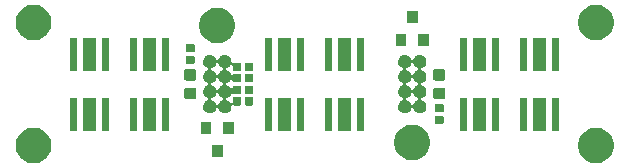
<source format=gbr>
G04 #@! TF.GenerationSoftware,KiCad,Pcbnew,(5.1.4)-1*
G04 #@! TF.CreationDate,2020-09-02T10:31:21-07:00*
G04 #@! TF.ProjectId,SkateLightBackLEDBoard,536b6174-654c-4696-9768-744261636b4c,rev?*
G04 #@! TF.SameCoordinates,Original*
G04 #@! TF.FileFunction,Soldermask,Top*
G04 #@! TF.FilePolarity,Negative*
%FSLAX46Y46*%
G04 Gerber Fmt 4.6, Leading zero omitted, Abs format (unit mm)*
G04 Created by KiCad (PCBNEW (5.1.4)-1) date 2020-09-02 10:31:21*
%MOMM*%
%LPD*%
G04 APERTURE LIST*
%ADD10C,0.100000*%
G04 APERTURE END LIST*
D10*
G36*
X24107379Y-3724543D02*
G01*
X24253388Y-3753586D01*
X24528464Y-3867526D01*
X24776025Y-4032941D01*
X24986559Y-4243475D01*
X25151974Y-4491036D01*
X25265914Y-4766112D01*
X25324000Y-5058130D01*
X25324000Y-5355870D01*
X25265914Y-5647888D01*
X25151974Y-5922964D01*
X24986559Y-6170525D01*
X24776025Y-6381059D01*
X24528464Y-6546474D01*
X24253388Y-6660414D01*
X24107379Y-6689457D01*
X23961371Y-6718500D01*
X23663629Y-6718500D01*
X23517621Y-6689457D01*
X23371612Y-6660414D01*
X23096536Y-6546474D01*
X22848975Y-6381059D01*
X22638441Y-6170525D01*
X22473026Y-5922964D01*
X22359086Y-5647888D01*
X22301000Y-5355870D01*
X22301000Y-5058130D01*
X22359086Y-4766112D01*
X22473026Y-4491036D01*
X22638441Y-4243475D01*
X22848975Y-4032941D01*
X23096536Y-3867526D01*
X23371612Y-3753586D01*
X23517621Y-3724543D01*
X23663629Y-3695500D01*
X23961371Y-3695500D01*
X24107379Y-3724543D01*
X24107379Y-3724543D01*
G37*
G36*
X-23517621Y-3724543D02*
G01*
X-23371612Y-3753586D01*
X-23096536Y-3867526D01*
X-22848975Y-4032941D01*
X-22638441Y-4243475D01*
X-22473026Y-4491036D01*
X-22359086Y-4766112D01*
X-22301000Y-5058130D01*
X-22301000Y-5355870D01*
X-22359086Y-5647888D01*
X-22473026Y-5922964D01*
X-22638441Y-6170525D01*
X-22848975Y-6381059D01*
X-23096536Y-6546474D01*
X-23371612Y-6660414D01*
X-23517621Y-6689457D01*
X-23663629Y-6718500D01*
X-23961371Y-6718500D01*
X-24107379Y-6689457D01*
X-24253388Y-6660414D01*
X-24528464Y-6546474D01*
X-24776025Y-6381059D01*
X-24986559Y-6170525D01*
X-25151974Y-5922964D01*
X-25265914Y-5647888D01*
X-25324000Y-5355870D01*
X-25324000Y-5058130D01*
X-25265914Y-4766112D01*
X-25151974Y-4491036D01*
X-24986559Y-4243475D01*
X-24776025Y-4032941D01*
X-24528464Y-3867526D01*
X-24253388Y-3753586D01*
X-24107379Y-3724543D01*
X-23961371Y-3695500D01*
X-23663629Y-3695500D01*
X-23517621Y-3724543D01*
X-23517621Y-3724543D01*
G37*
G36*
X8549879Y-3470543D02*
G01*
X8695888Y-3499586D01*
X8970964Y-3613526D01*
X9218525Y-3778941D01*
X9429059Y-3989475D01*
X9594474Y-4237036D01*
X9708414Y-4512112D01*
X9766500Y-4804130D01*
X9766500Y-5101870D01*
X9708414Y-5393888D01*
X9594474Y-5668964D01*
X9429059Y-5916525D01*
X9218525Y-6127059D01*
X8970964Y-6292474D01*
X8695888Y-6406414D01*
X8549879Y-6435457D01*
X8403871Y-6464500D01*
X8106129Y-6464500D01*
X7960121Y-6435457D01*
X7814112Y-6406414D01*
X7539036Y-6292474D01*
X7291475Y-6127059D01*
X7080941Y-5916525D01*
X6915526Y-5668964D01*
X6801586Y-5393888D01*
X6743500Y-5101870D01*
X6743500Y-4804130D01*
X6801586Y-4512112D01*
X6915526Y-4237036D01*
X7080941Y-3989475D01*
X7291475Y-3778941D01*
X7539036Y-3613526D01*
X7814112Y-3499586D01*
X7960121Y-3470543D01*
X8106129Y-3441500D01*
X8403871Y-3441500D01*
X8549879Y-3470543D01*
X8549879Y-3470543D01*
G37*
G36*
X-7804000Y-6200000D02*
G01*
X-8706000Y-6200000D01*
X-8706000Y-5198000D01*
X-7804000Y-5198000D01*
X-7804000Y-6200000D01*
X-7804000Y-6200000D01*
G37*
G36*
X-8754000Y-4200000D02*
G01*
X-9656000Y-4200000D01*
X-9656000Y-3198000D01*
X-8754000Y-3198000D01*
X-8754000Y-4200000D01*
X-8754000Y-4200000D01*
G37*
G36*
X-6854000Y-4200000D02*
G01*
X-7756000Y-4200000D01*
X-7756000Y-3198000D01*
X-6854000Y-3198000D01*
X-6854000Y-4200000D01*
X-6854000Y-4200000D01*
G37*
G36*
X-3589000Y-3941000D02*
G01*
X-4191000Y-3941000D01*
X-4191000Y-1139000D01*
X-3589000Y-1139000D01*
X-3589000Y-3941000D01*
X-3589000Y-3941000D01*
G37*
G36*
X-12319000Y-3941000D02*
G01*
X-12921000Y-3941000D01*
X-12921000Y-1139000D01*
X-12319000Y-1139000D01*
X-12319000Y-3941000D01*
X-12319000Y-3941000D01*
G37*
G36*
X-15019000Y-3941000D02*
G01*
X-15621000Y-3941000D01*
X-15621000Y-1139000D01*
X-15019000Y-1139000D01*
X-15019000Y-3941000D01*
X-15019000Y-3941000D01*
G37*
G36*
X-13419000Y-3941000D02*
G01*
X-14521000Y-3941000D01*
X-14521000Y-1139000D01*
X-13419000Y-1139000D01*
X-13419000Y-3941000D01*
X-13419000Y-3941000D01*
G37*
G36*
X-17399000Y-3941000D02*
G01*
X-18001000Y-3941000D01*
X-18001000Y-1139000D01*
X-17399000Y-1139000D01*
X-17399000Y-3941000D01*
X-17399000Y-3941000D01*
G37*
G36*
X-20099000Y-3941000D02*
G01*
X-20701000Y-3941000D01*
X-20701000Y-1139000D01*
X-20099000Y-1139000D01*
X-20099000Y-3941000D01*
X-20099000Y-3941000D01*
G37*
G36*
X-18499000Y-3941000D02*
G01*
X-19601000Y-3941000D01*
X-19601000Y-1139000D01*
X-18499000Y-1139000D01*
X-18499000Y-3941000D01*
X-18499000Y-3941000D01*
G37*
G36*
X-889000Y-3941000D02*
G01*
X-1491000Y-3941000D01*
X-1491000Y-1139000D01*
X-889000Y-1139000D01*
X-889000Y-3941000D01*
X-889000Y-3941000D01*
G37*
G36*
X-1989000Y-3941000D02*
G01*
X-3091000Y-3941000D01*
X-3091000Y-1139000D01*
X-1989000Y-1139000D01*
X-1989000Y-3941000D01*
X-1989000Y-3941000D01*
G37*
G36*
X4191000Y-3941000D02*
G01*
X3589000Y-3941000D01*
X3589000Y-1139000D01*
X4191000Y-1139000D01*
X4191000Y-3941000D01*
X4191000Y-3941000D01*
G37*
G36*
X19601000Y-3941000D02*
G01*
X18499000Y-3941000D01*
X18499000Y-1139000D01*
X19601000Y-1139000D01*
X19601000Y-3941000D01*
X19601000Y-3941000D01*
G37*
G36*
X3091000Y-3941000D02*
G01*
X1989000Y-3941000D01*
X1989000Y-1139000D01*
X3091000Y-1139000D01*
X3091000Y-3941000D01*
X3091000Y-3941000D01*
G37*
G36*
X12921000Y-3941000D02*
G01*
X12319000Y-3941000D01*
X12319000Y-1139000D01*
X12921000Y-1139000D01*
X12921000Y-3941000D01*
X12921000Y-3941000D01*
G37*
G36*
X14521000Y-3941000D02*
G01*
X13419000Y-3941000D01*
X13419000Y-1139000D01*
X14521000Y-1139000D01*
X14521000Y-3941000D01*
X14521000Y-3941000D01*
G37*
G36*
X18001000Y-3941000D02*
G01*
X17399000Y-3941000D01*
X17399000Y-1139000D01*
X18001000Y-1139000D01*
X18001000Y-3941000D01*
X18001000Y-3941000D01*
G37*
G36*
X20701000Y-3941000D02*
G01*
X20099000Y-3941000D01*
X20099000Y-1139000D01*
X20701000Y-1139000D01*
X20701000Y-3941000D01*
X20701000Y-3941000D01*
G37*
G36*
X15621000Y-3941000D02*
G01*
X15019000Y-3941000D01*
X15019000Y-1139000D01*
X15621000Y-1139000D01*
X15621000Y-3941000D01*
X15621000Y-3941000D01*
G37*
G36*
X1491000Y-3941000D02*
G01*
X889000Y-3941000D01*
X889000Y-1139000D01*
X1491000Y-1139000D01*
X1491000Y-3941000D01*
X1491000Y-3941000D01*
G37*
G36*
X10822938Y-2681716D02*
G01*
X10843557Y-2687971D01*
X10862553Y-2698124D01*
X10879208Y-2711792D01*
X10892876Y-2728447D01*
X10903029Y-2747443D01*
X10909284Y-2768062D01*
X10912000Y-2795640D01*
X10912000Y-3254360D01*
X10909284Y-3281938D01*
X10903029Y-3302557D01*
X10892876Y-3321553D01*
X10879208Y-3338208D01*
X10862553Y-3351876D01*
X10843557Y-3362029D01*
X10822938Y-3368284D01*
X10795360Y-3371000D01*
X10286640Y-3371000D01*
X10259062Y-3368284D01*
X10238443Y-3362029D01*
X10219447Y-3351876D01*
X10202792Y-3338208D01*
X10189124Y-3321553D01*
X10178971Y-3302557D01*
X10172716Y-3281938D01*
X10170000Y-3254360D01*
X10170000Y-2795640D01*
X10172716Y-2768062D01*
X10178971Y-2747443D01*
X10189124Y-2728447D01*
X10202792Y-2711792D01*
X10219447Y-2698124D01*
X10238443Y-2687971D01*
X10259062Y-2681716D01*
X10286640Y-2679000D01*
X10795360Y-2679000D01*
X10822938Y-2681716D01*
X10822938Y-2681716D01*
G37*
G36*
X7783051Y2442520D02*
G01*
X7833920Y2421449D01*
X7884786Y2400380D01*
X7976342Y2339204D01*
X8054204Y2261342D01*
X8115380Y2169786D01*
X8139516Y2111515D01*
X8151068Y2089905D01*
X8166613Y2070963D01*
X8185555Y2055418D01*
X8207166Y2043867D01*
X8230615Y2036754D01*
X8255001Y2034352D01*
X8279387Y2036754D01*
X8302836Y2043867D01*
X8324446Y2055419D01*
X8343388Y2070964D01*
X8358933Y2089906D01*
X8370484Y2111515D01*
X8394620Y2169786D01*
X8455796Y2261342D01*
X8533658Y2339204D01*
X8625214Y2400380D01*
X8676080Y2421449D01*
X8726949Y2442520D01*
X8834941Y2464000D01*
X8945059Y2464000D01*
X9053051Y2442520D01*
X9103920Y2421449D01*
X9154786Y2400380D01*
X9246342Y2339204D01*
X9324204Y2261342D01*
X9385380Y2169786D01*
X9406449Y2118920D01*
X9427520Y2068051D01*
X9449000Y1960059D01*
X9449000Y1849941D01*
X9427520Y1741949D01*
X9414997Y1711716D01*
X9385380Y1640214D01*
X9324204Y1548658D01*
X9246342Y1470796D01*
X9154786Y1409620D01*
X9096515Y1385484D01*
X9074905Y1373932D01*
X9055963Y1358387D01*
X9040418Y1339445D01*
X9028867Y1317834D01*
X9021754Y1294385D01*
X9019352Y1269999D01*
X9021754Y1245613D01*
X9028867Y1222164D01*
X9040419Y1200554D01*
X9055964Y1181612D01*
X9074906Y1166067D01*
X9096513Y1154517D01*
X9154786Y1130380D01*
X9246342Y1069204D01*
X9324204Y991342D01*
X9385380Y899786D01*
X9406449Y848920D01*
X9427520Y798051D01*
X9449000Y690059D01*
X9449000Y579941D01*
X9427520Y471949D01*
X9409516Y428485D01*
X9385380Y370214D01*
X9324204Y278658D01*
X9246342Y200796D01*
X9154786Y139620D01*
X9096515Y115484D01*
X9074905Y103932D01*
X9055963Y88387D01*
X9040418Y69445D01*
X9028867Y47834D01*
X9021754Y24385D01*
X9019352Y-1D01*
X9021754Y-24387D01*
X9028867Y-47836D01*
X9040419Y-69446D01*
X9055964Y-88388D01*
X9074906Y-103933D01*
X9096513Y-115483D01*
X9154786Y-139620D01*
X9246342Y-200796D01*
X9324204Y-278658D01*
X9385380Y-370214D01*
X9402452Y-411431D01*
X9427520Y-471949D01*
X9449000Y-579941D01*
X9449000Y-690059D01*
X9427520Y-798051D01*
X9413138Y-832771D01*
X9385380Y-899786D01*
X9324204Y-991342D01*
X9246342Y-1069204D01*
X9154786Y-1130380D01*
X9096515Y-1154516D01*
X9074905Y-1166068D01*
X9055963Y-1181613D01*
X9040418Y-1200555D01*
X9028867Y-1222166D01*
X9021754Y-1245615D01*
X9019352Y-1270001D01*
X9021754Y-1294387D01*
X9028867Y-1317836D01*
X9040419Y-1339446D01*
X9055964Y-1358388D01*
X9074906Y-1373933D01*
X9096513Y-1385483D01*
X9154786Y-1409620D01*
X9246342Y-1470796D01*
X9324204Y-1548658D01*
X9385380Y-1640214D01*
X9400489Y-1676691D01*
X9427520Y-1741949D01*
X9449000Y-1849941D01*
X9449000Y-1960059D01*
X9427520Y-2068051D01*
X9418467Y-2089906D01*
X9385380Y-2169786D01*
X9324204Y-2261342D01*
X9246342Y-2339204D01*
X9154786Y-2400380D01*
X9103920Y-2421449D01*
X9053051Y-2442520D01*
X8945059Y-2464000D01*
X8834941Y-2464000D01*
X8726949Y-2442520D01*
X8676080Y-2421449D01*
X8625214Y-2400380D01*
X8533658Y-2339204D01*
X8455796Y-2261342D01*
X8394620Y-2169786D01*
X8370483Y-2111513D01*
X8358932Y-2089905D01*
X8343387Y-2070963D01*
X8324445Y-2055418D01*
X8302834Y-2043867D01*
X8279385Y-2036754D01*
X8254999Y-2034352D01*
X8230613Y-2036754D01*
X8207164Y-2043867D01*
X8185554Y-2055419D01*
X8166612Y-2070964D01*
X8151067Y-2089906D01*
X8139517Y-2111513D01*
X8115380Y-2169786D01*
X8054204Y-2261342D01*
X7976342Y-2339204D01*
X7884786Y-2400380D01*
X7833920Y-2421449D01*
X7783051Y-2442520D01*
X7675059Y-2464000D01*
X7564941Y-2464000D01*
X7456949Y-2442520D01*
X7406080Y-2421449D01*
X7355214Y-2400380D01*
X7263658Y-2339204D01*
X7185796Y-2261342D01*
X7124620Y-2169786D01*
X7091533Y-2089906D01*
X7082480Y-2068051D01*
X7061000Y-1960059D01*
X7061000Y-1849941D01*
X7082480Y-1741949D01*
X7109511Y-1676691D01*
X7124620Y-1640214D01*
X7185796Y-1548658D01*
X7263658Y-1470796D01*
X7355214Y-1409620D01*
X7413487Y-1385483D01*
X7435095Y-1373932D01*
X7454037Y-1358387D01*
X7469582Y-1339445D01*
X7481133Y-1317834D01*
X7488246Y-1294385D01*
X7490647Y-1270001D01*
X7749352Y-1270001D01*
X7751754Y-1294387D01*
X7758867Y-1317836D01*
X7770419Y-1339446D01*
X7785964Y-1358388D01*
X7804906Y-1373933D01*
X7826513Y-1385483D01*
X7884786Y-1409620D01*
X7976342Y-1470796D01*
X8054204Y-1548658D01*
X8115380Y-1640214D01*
X8139516Y-1698485D01*
X8151068Y-1720095D01*
X8166613Y-1739037D01*
X8185555Y-1754582D01*
X8207166Y-1766133D01*
X8230615Y-1773246D01*
X8255001Y-1775648D01*
X8279387Y-1773246D01*
X8302836Y-1766133D01*
X8324446Y-1754581D01*
X8343388Y-1739036D01*
X8358933Y-1720094D01*
X8370484Y-1698485D01*
X8394620Y-1640214D01*
X8455796Y-1548658D01*
X8533658Y-1470796D01*
X8625214Y-1409620D01*
X8683487Y-1385483D01*
X8705095Y-1373932D01*
X8724037Y-1358387D01*
X8739582Y-1339445D01*
X8751133Y-1317834D01*
X8758246Y-1294385D01*
X8760648Y-1269999D01*
X8758246Y-1245613D01*
X8751133Y-1222164D01*
X8739581Y-1200554D01*
X8724036Y-1181612D01*
X8705094Y-1166067D01*
X8683485Y-1154516D01*
X8625214Y-1130380D01*
X8533658Y-1069204D01*
X8455796Y-991342D01*
X8394620Y-899786D01*
X8370483Y-841513D01*
X8358932Y-819905D01*
X8343387Y-800963D01*
X8324445Y-785418D01*
X8302834Y-773867D01*
X8279385Y-766754D01*
X8254999Y-764352D01*
X8230613Y-766754D01*
X8207164Y-773867D01*
X8185554Y-785419D01*
X8166612Y-800964D01*
X8151067Y-819906D01*
X8139517Y-841513D01*
X8115380Y-899786D01*
X8054204Y-991342D01*
X7976342Y-1069204D01*
X7884786Y-1130380D01*
X7826515Y-1154516D01*
X7804905Y-1166068D01*
X7785963Y-1181613D01*
X7770418Y-1200555D01*
X7758867Y-1222166D01*
X7751754Y-1245615D01*
X7749352Y-1270001D01*
X7490647Y-1270001D01*
X7490648Y-1269999D01*
X7488246Y-1245613D01*
X7481133Y-1222164D01*
X7469581Y-1200554D01*
X7454036Y-1181612D01*
X7435094Y-1166067D01*
X7413485Y-1154516D01*
X7355214Y-1130380D01*
X7263658Y-1069204D01*
X7185796Y-991342D01*
X7124620Y-899786D01*
X7096862Y-832771D01*
X7082480Y-798051D01*
X7061000Y-690059D01*
X7061000Y-579941D01*
X7082480Y-471949D01*
X7107548Y-411431D01*
X7124620Y-370214D01*
X7185796Y-278658D01*
X7263658Y-200796D01*
X7355214Y-139620D01*
X7413487Y-115483D01*
X7435095Y-103932D01*
X7454037Y-88387D01*
X7469582Y-69445D01*
X7481133Y-47834D01*
X7488246Y-24385D01*
X7490647Y-1D01*
X7749352Y-1D01*
X7751754Y-24387D01*
X7758867Y-47836D01*
X7770419Y-69446D01*
X7785964Y-88388D01*
X7804906Y-103933D01*
X7826513Y-115483D01*
X7884786Y-139620D01*
X7976342Y-200796D01*
X8054204Y-278658D01*
X8115380Y-370214D01*
X8132452Y-411431D01*
X8139516Y-428485D01*
X8151068Y-450095D01*
X8166613Y-469037D01*
X8185555Y-484582D01*
X8207166Y-496133D01*
X8230615Y-503246D01*
X8255001Y-505648D01*
X8279387Y-503246D01*
X8302836Y-496133D01*
X8324446Y-484581D01*
X8343388Y-469036D01*
X8358933Y-450094D01*
X8370484Y-428485D01*
X8377548Y-411431D01*
X8394620Y-370214D01*
X8455796Y-278658D01*
X8533658Y-200796D01*
X8625214Y-139620D01*
X8683487Y-115483D01*
X8705095Y-103932D01*
X8724037Y-88387D01*
X8739582Y-69445D01*
X8751133Y-47834D01*
X8758246Y-24385D01*
X8760648Y1D01*
X8758246Y24387D01*
X8751133Y47836D01*
X8739581Y69446D01*
X8724036Y88388D01*
X8705094Y103933D01*
X8683485Y115484D01*
X8625214Y139620D01*
X8533658Y200796D01*
X8455796Y278658D01*
X8394620Y370214D01*
X8370483Y428487D01*
X8358932Y450095D01*
X8343387Y469037D01*
X8324445Y484582D01*
X8302834Y496133D01*
X8279385Y503246D01*
X8254999Y505648D01*
X8230613Y503246D01*
X8207164Y496133D01*
X8185554Y484581D01*
X8166612Y469036D01*
X8151067Y450094D01*
X8139517Y428487D01*
X8115380Y370214D01*
X8054204Y278658D01*
X7976342Y200796D01*
X7884786Y139620D01*
X7826515Y115484D01*
X7804905Y103932D01*
X7785963Y88387D01*
X7770418Y69445D01*
X7758867Y47834D01*
X7751754Y24385D01*
X7749352Y-1D01*
X7490647Y-1D01*
X7490648Y1D01*
X7488246Y24387D01*
X7481133Y47836D01*
X7469581Y69446D01*
X7454036Y88388D01*
X7435094Y103933D01*
X7413485Y115484D01*
X7355214Y139620D01*
X7263658Y200796D01*
X7185796Y278658D01*
X7124620Y370214D01*
X7100484Y428485D01*
X7082480Y471949D01*
X7061000Y579941D01*
X7061000Y690059D01*
X7082480Y798051D01*
X7103551Y848920D01*
X7124620Y899786D01*
X7185796Y991342D01*
X7263658Y1069204D01*
X7355214Y1130380D01*
X7413487Y1154517D01*
X7435095Y1166068D01*
X7454037Y1181613D01*
X7469582Y1200555D01*
X7481133Y1222166D01*
X7488246Y1245615D01*
X7490647Y1269999D01*
X7749352Y1269999D01*
X7751754Y1245613D01*
X7758867Y1222164D01*
X7770419Y1200554D01*
X7785964Y1181612D01*
X7804906Y1166067D01*
X7826513Y1154517D01*
X7884786Y1130380D01*
X7976342Y1069204D01*
X8054204Y991342D01*
X8115380Y899786D01*
X8138255Y844560D01*
X8139516Y841515D01*
X8151068Y819905D01*
X8166613Y800963D01*
X8185555Y785418D01*
X8207166Y773867D01*
X8230615Y766754D01*
X8255001Y764352D01*
X8279387Y766754D01*
X8302836Y773867D01*
X8324446Y785419D01*
X8343388Y800964D01*
X8358933Y819906D01*
X8370484Y841515D01*
X8371745Y844560D01*
X8394620Y899786D01*
X8455796Y991342D01*
X8533658Y1069204D01*
X8625214Y1130380D01*
X8683487Y1154517D01*
X8705095Y1166068D01*
X8724037Y1181613D01*
X8739582Y1200555D01*
X8751133Y1222166D01*
X8758246Y1245615D01*
X8760648Y1270001D01*
X8758246Y1294387D01*
X8751133Y1317836D01*
X8739581Y1339446D01*
X8724036Y1358388D01*
X8705094Y1373933D01*
X8683485Y1385484D01*
X8625214Y1409620D01*
X8533658Y1470796D01*
X8455796Y1548658D01*
X8394620Y1640214D01*
X8370483Y1698487D01*
X8358932Y1720095D01*
X8343387Y1739037D01*
X8324445Y1754582D01*
X8302834Y1766133D01*
X8279385Y1773246D01*
X8254999Y1775648D01*
X8230613Y1773246D01*
X8207164Y1766133D01*
X8185554Y1754581D01*
X8166612Y1739036D01*
X8151067Y1720094D01*
X8139517Y1698487D01*
X8115380Y1640214D01*
X8054204Y1548658D01*
X7976342Y1470796D01*
X7884786Y1409620D01*
X7826515Y1385484D01*
X7804905Y1373932D01*
X7785963Y1358387D01*
X7770418Y1339445D01*
X7758867Y1317834D01*
X7751754Y1294385D01*
X7749352Y1269999D01*
X7490647Y1269999D01*
X7490648Y1270001D01*
X7488246Y1294387D01*
X7481133Y1317836D01*
X7469581Y1339446D01*
X7454036Y1358388D01*
X7435094Y1373933D01*
X7413485Y1385484D01*
X7355214Y1409620D01*
X7263658Y1470796D01*
X7185796Y1548658D01*
X7124620Y1640214D01*
X7095003Y1711716D01*
X7082480Y1741949D01*
X7061000Y1849941D01*
X7061000Y1960059D01*
X7082480Y2068051D01*
X7103551Y2118920D01*
X7124620Y2169786D01*
X7185796Y2261342D01*
X7263658Y2339204D01*
X7355214Y2400380D01*
X7406080Y2421449D01*
X7456949Y2442520D01*
X7564941Y2464000D01*
X7675059Y2464000D01*
X7783051Y2442520D01*
X7783051Y2442520D01*
G37*
G36*
X-8726949Y2442520D02*
G01*
X-8676080Y2421449D01*
X-8625214Y2400380D01*
X-8533658Y2339204D01*
X-8455796Y2261342D01*
X-8394620Y2169786D01*
X-8370484Y2111515D01*
X-8358932Y2089905D01*
X-8343387Y2070963D01*
X-8324445Y2055418D01*
X-8302834Y2043867D01*
X-8279385Y2036754D01*
X-8254999Y2034352D01*
X-8230613Y2036754D01*
X-8207164Y2043867D01*
X-8185554Y2055419D01*
X-8166612Y2070964D01*
X-8151067Y2089906D01*
X-8139516Y2111515D01*
X-8115380Y2169786D01*
X-8054204Y2261342D01*
X-7976342Y2339204D01*
X-7884786Y2400380D01*
X-7833920Y2421449D01*
X-7783051Y2442520D01*
X-7675059Y2464000D01*
X-7564941Y2464000D01*
X-7456949Y2442520D01*
X-7406080Y2421449D01*
X-7355214Y2400380D01*
X-7263658Y2339204D01*
X-7185796Y2261342D01*
X-7124620Y2169786D01*
X-7103551Y2118920D01*
X-7082480Y2068051D01*
X-7061000Y1960059D01*
X-7061000Y1916972D01*
X-7058598Y1892586D01*
X-7051485Y1869137D01*
X-7039934Y1847526D01*
X-7024389Y1828584D01*
X-7005447Y1813039D01*
X-6983836Y1801488D01*
X-6960387Y1794375D01*
X-6936001Y1791973D01*
X-6911615Y1794375D01*
X-6888166Y1801488D01*
X-6879992Y1805354D01*
X-6858598Y1811844D01*
X-6831020Y1814560D01*
X-6322300Y1814560D01*
X-6294722Y1811844D01*
X-6274103Y1805589D01*
X-6255107Y1795436D01*
X-6238452Y1781768D01*
X-6224784Y1765113D01*
X-6214631Y1746117D01*
X-6208376Y1725498D01*
X-6205660Y1697920D01*
X-6205660Y1239200D01*
X-6208376Y1211622D01*
X-6214631Y1191003D01*
X-6224784Y1172007D01*
X-6238452Y1155352D01*
X-6255107Y1141684D01*
X-6274103Y1131531D01*
X-6294722Y1125276D01*
X-6322300Y1122560D01*
X-6831020Y1122560D01*
X-6858598Y1125276D01*
X-6879217Y1131531D01*
X-6898213Y1141684D01*
X-6914868Y1155352D01*
X-6928536Y1172007D01*
X-6938689Y1191003D01*
X-6944944Y1211622D01*
X-6947660Y1239200D01*
X-6947660Y1492988D01*
X-6950062Y1517374D01*
X-6957175Y1540823D01*
X-6968726Y1562434D01*
X-6984271Y1581376D01*
X-7003213Y1596921D01*
X-7024824Y1608472D01*
X-7048273Y1615585D01*
X-7072659Y1617987D01*
X-7097045Y1615585D01*
X-7120494Y1608472D01*
X-7142105Y1596921D01*
X-7161047Y1581376D01*
X-7176591Y1562434D01*
X-7185796Y1548658D01*
X-7263658Y1470796D01*
X-7355214Y1409620D01*
X-7413485Y1385484D01*
X-7435095Y1373932D01*
X-7454037Y1358387D01*
X-7469582Y1339445D01*
X-7481133Y1317834D01*
X-7488246Y1294385D01*
X-7490648Y1269999D01*
X-7488246Y1245613D01*
X-7481133Y1222164D01*
X-7469581Y1200554D01*
X-7454036Y1181612D01*
X-7435094Y1166067D01*
X-7413487Y1154517D01*
X-7355214Y1130380D01*
X-7263658Y1069204D01*
X-7185796Y991342D01*
X-7124620Y899786D01*
X-7108694Y861335D01*
X-7097145Y839730D01*
X-7081599Y820788D01*
X-7062657Y805243D01*
X-7041046Y793692D01*
X-7017597Y786579D01*
X-6993211Y784177D01*
X-6968825Y786579D01*
X-6945376Y793692D01*
X-6913914Y812550D01*
X-6898213Y825436D01*
X-6879217Y835589D01*
X-6858598Y841844D01*
X-6831020Y844560D01*
X-6322300Y844560D01*
X-6294722Y841844D01*
X-6274103Y835589D01*
X-6255107Y825436D01*
X-6238452Y811768D01*
X-6224784Y795113D01*
X-6214631Y776117D01*
X-6208376Y755498D01*
X-6205660Y727920D01*
X-6205660Y269200D01*
X-6208376Y241622D01*
X-6214631Y221003D01*
X-6224784Y202007D01*
X-6238452Y185352D01*
X-6255107Y171684D01*
X-6274103Y161531D01*
X-6294722Y155276D01*
X-6322300Y152560D01*
X-6831020Y152560D01*
X-6858598Y155276D01*
X-6879217Y161531D01*
X-6898213Y171684D01*
X-6914868Y185352D01*
X-6928536Y202007D01*
X-6938689Y221003D01*
X-6945302Y242802D01*
X-6949601Y264417D01*
X-6958978Y287056D01*
X-6972591Y307431D01*
X-6989917Y324759D01*
X-7010291Y338373D01*
X-7032930Y347751D01*
X-7056963Y352533D01*
X-7081467Y352534D01*
X-7105500Y347754D01*
X-7128139Y338377D01*
X-7148514Y324764D01*
X-7165842Y307438D01*
X-7173145Y297591D01*
X-7185796Y278658D01*
X-7263658Y200796D01*
X-7355214Y139620D01*
X-7413485Y115484D01*
X-7435095Y103932D01*
X-7454037Y88387D01*
X-7469582Y69445D01*
X-7481133Y47834D01*
X-7488246Y24385D01*
X-7490648Y-1D01*
X-7488246Y-24387D01*
X-7481133Y-47836D01*
X-7469581Y-69446D01*
X-7454036Y-88388D01*
X-7435094Y-103933D01*
X-7413487Y-115483D01*
X-7355214Y-139620D01*
X-7263658Y-200796D01*
X-7185796Y-278658D01*
X-7185794Y-278661D01*
X-7173034Y-297758D01*
X-7157489Y-316700D01*
X-7138548Y-332245D01*
X-7116937Y-343797D01*
X-7093488Y-350910D01*
X-7069102Y-353312D01*
X-7044716Y-350910D01*
X-7021267Y-343797D01*
X-6999656Y-332246D01*
X-6980714Y-316701D01*
X-6965169Y-297760D01*
X-6953617Y-276149D01*
X-6947069Y-250007D01*
X-6938689Y-222383D01*
X-6928536Y-203387D01*
X-6914868Y-186732D01*
X-6898213Y-173064D01*
X-6879217Y-162911D01*
X-6858598Y-156656D01*
X-6831020Y-153940D01*
X-6322300Y-153940D01*
X-6294722Y-156656D01*
X-6274103Y-162911D01*
X-6255107Y-173064D01*
X-6238452Y-186732D01*
X-6224784Y-203387D01*
X-6214631Y-222383D01*
X-6208376Y-243002D01*
X-6205660Y-270580D01*
X-6205660Y-729300D01*
X-6208376Y-756878D01*
X-6214631Y-777497D01*
X-6224784Y-796493D01*
X-6238452Y-813148D01*
X-6255107Y-826816D01*
X-6274103Y-836969D01*
X-6294722Y-843224D01*
X-6322300Y-845940D01*
X-6831020Y-845940D01*
X-6858598Y-843224D01*
X-6879217Y-836969D01*
X-6898213Y-826816D01*
X-6914342Y-813579D01*
X-6934717Y-799966D01*
X-6957356Y-790589D01*
X-6981389Y-785809D01*
X-7005893Y-785809D01*
X-7029926Y-790590D01*
X-7052565Y-799968D01*
X-7072939Y-813582D01*
X-7090266Y-830909D01*
X-7109121Y-862368D01*
X-7124620Y-899786D01*
X-7185796Y-991342D01*
X-7263658Y-1069204D01*
X-7355214Y-1130380D01*
X-7413485Y-1154516D01*
X-7435095Y-1166068D01*
X-7454037Y-1181613D01*
X-7469582Y-1200555D01*
X-7481133Y-1222166D01*
X-7488246Y-1245615D01*
X-7490648Y-1270001D01*
X-7488246Y-1294387D01*
X-7481133Y-1317836D01*
X-7469581Y-1339446D01*
X-7454036Y-1358388D01*
X-7435094Y-1373933D01*
X-7413487Y-1385483D01*
X-7355214Y-1409620D01*
X-7263658Y-1470796D01*
X-7185796Y-1548658D01*
X-7185794Y-1548661D01*
X-7176592Y-1562433D01*
X-7161047Y-1581375D01*
X-7142106Y-1596920D01*
X-7120495Y-1608472D01*
X-7097046Y-1615585D01*
X-7072660Y-1617987D01*
X-7048274Y-1615585D01*
X-7024825Y-1608472D01*
X-7003214Y-1596921D01*
X-6984272Y-1581376D01*
X-6968727Y-1562435D01*
X-6957175Y-1540824D01*
X-6950062Y-1517375D01*
X-6947660Y-1492988D01*
X-6947660Y-1240580D01*
X-6944944Y-1213002D01*
X-6938689Y-1192383D01*
X-6928536Y-1173387D01*
X-6914868Y-1156732D01*
X-6898213Y-1143064D01*
X-6879217Y-1132911D01*
X-6858598Y-1126656D01*
X-6831020Y-1123940D01*
X-6322300Y-1123940D01*
X-6294722Y-1126656D01*
X-6274103Y-1132911D01*
X-6255107Y-1143064D01*
X-6238452Y-1156732D01*
X-6224784Y-1173387D01*
X-6214631Y-1192383D01*
X-6208376Y-1213002D01*
X-6205660Y-1240580D01*
X-6205660Y-1699300D01*
X-6208376Y-1726878D01*
X-6214631Y-1747497D01*
X-6224784Y-1766493D01*
X-6238452Y-1783148D01*
X-6255107Y-1796816D01*
X-6274103Y-1806969D01*
X-6294722Y-1813224D01*
X-6322300Y-1815940D01*
X-6831020Y-1815940D01*
X-6858598Y-1813224D01*
X-6881538Y-1806265D01*
X-6899709Y-1798737D01*
X-6923742Y-1793956D01*
X-6948246Y-1793954D01*
X-6972280Y-1798733D01*
X-6994919Y-1808110D01*
X-7015294Y-1821722D01*
X-7032622Y-1839048D01*
X-7046237Y-1859422D01*
X-7055616Y-1882060D01*
X-7060397Y-1906093D01*
X-7061000Y-1918352D01*
X-7061000Y-1960059D01*
X-7082480Y-2068051D01*
X-7091533Y-2089906D01*
X-7124620Y-2169786D01*
X-7185796Y-2261342D01*
X-7263658Y-2339204D01*
X-7355214Y-2400380D01*
X-7406080Y-2421449D01*
X-7456949Y-2442520D01*
X-7564941Y-2464000D01*
X-7675059Y-2464000D01*
X-7783051Y-2442520D01*
X-7833920Y-2421449D01*
X-7884786Y-2400380D01*
X-7976342Y-2339204D01*
X-8054204Y-2261342D01*
X-8115380Y-2169786D01*
X-8139517Y-2111513D01*
X-8151068Y-2089905D01*
X-8166613Y-2070963D01*
X-8185555Y-2055418D01*
X-8207166Y-2043867D01*
X-8230615Y-2036754D01*
X-8255001Y-2034352D01*
X-8279387Y-2036754D01*
X-8302836Y-2043867D01*
X-8324446Y-2055419D01*
X-8343388Y-2070964D01*
X-8358933Y-2089906D01*
X-8370483Y-2111513D01*
X-8394620Y-2169786D01*
X-8455796Y-2261342D01*
X-8533658Y-2339204D01*
X-8625214Y-2400380D01*
X-8676080Y-2421449D01*
X-8726949Y-2442520D01*
X-8834941Y-2464000D01*
X-8945059Y-2464000D01*
X-9053051Y-2442520D01*
X-9103920Y-2421449D01*
X-9154786Y-2400380D01*
X-9246342Y-2339204D01*
X-9324204Y-2261342D01*
X-9385380Y-2169786D01*
X-9418467Y-2089906D01*
X-9427520Y-2068051D01*
X-9449000Y-1960059D01*
X-9449000Y-1849941D01*
X-9427520Y-1741949D01*
X-9400489Y-1676691D01*
X-9385380Y-1640214D01*
X-9324204Y-1548658D01*
X-9246342Y-1470796D01*
X-9154786Y-1409620D01*
X-9096513Y-1385483D01*
X-9074905Y-1373932D01*
X-9055963Y-1358387D01*
X-9040418Y-1339445D01*
X-9028867Y-1317834D01*
X-9021754Y-1294385D01*
X-9019353Y-1270001D01*
X-8760648Y-1270001D01*
X-8758246Y-1294387D01*
X-8751133Y-1317836D01*
X-8739581Y-1339446D01*
X-8724036Y-1358388D01*
X-8705094Y-1373933D01*
X-8683487Y-1385483D01*
X-8625214Y-1409620D01*
X-8533658Y-1470796D01*
X-8455796Y-1548658D01*
X-8394620Y-1640214D01*
X-8370484Y-1698485D01*
X-8358932Y-1720095D01*
X-8343387Y-1739037D01*
X-8324445Y-1754582D01*
X-8302834Y-1766133D01*
X-8279385Y-1773246D01*
X-8254999Y-1775648D01*
X-8230613Y-1773246D01*
X-8207164Y-1766133D01*
X-8185554Y-1754581D01*
X-8166612Y-1739036D01*
X-8151067Y-1720094D01*
X-8139516Y-1698485D01*
X-8115380Y-1640214D01*
X-8054204Y-1548658D01*
X-7976342Y-1470796D01*
X-7884786Y-1409620D01*
X-7826513Y-1385483D01*
X-7804905Y-1373932D01*
X-7785963Y-1358387D01*
X-7770418Y-1339445D01*
X-7758867Y-1317834D01*
X-7751754Y-1294385D01*
X-7749352Y-1269999D01*
X-7751754Y-1245613D01*
X-7758867Y-1222164D01*
X-7770419Y-1200554D01*
X-7785964Y-1181612D01*
X-7804906Y-1166067D01*
X-7826515Y-1154516D01*
X-7884786Y-1130380D01*
X-7976342Y-1069204D01*
X-8054204Y-991342D01*
X-8115380Y-899786D01*
X-8139517Y-841513D01*
X-8151068Y-819905D01*
X-8166613Y-800963D01*
X-8185555Y-785418D01*
X-8207166Y-773867D01*
X-8230615Y-766754D01*
X-8255001Y-764352D01*
X-8279387Y-766754D01*
X-8302836Y-773867D01*
X-8324446Y-785419D01*
X-8343388Y-800964D01*
X-8358933Y-819906D01*
X-8370483Y-841513D01*
X-8394620Y-899786D01*
X-8455796Y-991342D01*
X-8533658Y-1069204D01*
X-8625214Y-1130380D01*
X-8683485Y-1154516D01*
X-8705095Y-1166068D01*
X-8724037Y-1181613D01*
X-8739582Y-1200555D01*
X-8751133Y-1222166D01*
X-8758246Y-1245615D01*
X-8760648Y-1270001D01*
X-9019353Y-1270001D01*
X-9019352Y-1269999D01*
X-9021754Y-1245613D01*
X-9028867Y-1222164D01*
X-9040419Y-1200554D01*
X-9055964Y-1181612D01*
X-9074906Y-1166067D01*
X-9096515Y-1154516D01*
X-9154786Y-1130380D01*
X-9246342Y-1069204D01*
X-9324204Y-991342D01*
X-9385380Y-899786D01*
X-9413138Y-832771D01*
X-9427520Y-798051D01*
X-9449000Y-690059D01*
X-9449000Y-579941D01*
X-9427520Y-471949D01*
X-9402452Y-411431D01*
X-9385380Y-370214D01*
X-9324204Y-278658D01*
X-9246342Y-200796D01*
X-9154786Y-139620D01*
X-9096513Y-115483D01*
X-9074905Y-103932D01*
X-9055963Y-88387D01*
X-9040418Y-69445D01*
X-9028867Y-47834D01*
X-9021754Y-24385D01*
X-9019353Y-1D01*
X-8760648Y-1D01*
X-8758246Y-24387D01*
X-8751133Y-47836D01*
X-8739581Y-69446D01*
X-8724036Y-88388D01*
X-8705094Y-103933D01*
X-8683487Y-115483D01*
X-8625214Y-139620D01*
X-8533658Y-200796D01*
X-8455796Y-278658D01*
X-8394620Y-370214D01*
X-8377548Y-411431D01*
X-8370484Y-428485D01*
X-8358932Y-450095D01*
X-8343387Y-469037D01*
X-8324445Y-484582D01*
X-8302834Y-496133D01*
X-8279385Y-503246D01*
X-8254999Y-505648D01*
X-8230613Y-503246D01*
X-8207164Y-496133D01*
X-8185554Y-484581D01*
X-8166612Y-469036D01*
X-8151067Y-450094D01*
X-8139516Y-428485D01*
X-8132452Y-411431D01*
X-8115380Y-370214D01*
X-8054204Y-278658D01*
X-7976342Y-200796D01*
X-7884786Y-139620D01*
X-7826513Y-115483D01*
X-7804905Y-103932D01*
X-7785963Y-88387D01*
X-7770418Y-69445D01*
X-7758867Y-47834D01*
X-7751754Y-24385D01*
X-7749352Y1D01*
X-7751754Y24387D01*
X-7758867Y47836D01*
X-7770419Y69446D01*
X-7785964Y88388D01*
X-7804906Y103933D01*
X-7826515Y115484D01*
X-7884786Y139620D01*
X-7976342Y200796D01*
X-8054204Y278658D01*
X-8115380Y370214D01*
X-8139517Y428487D01*
X-8151068Y450095D01*
X-8166613Y469037D01*
X-8185555Y484582D01*
X-8207166Y496133D01*
X-8230615Y503246D01*
X-8255001Y505648D01*
X-8279387Y503246D01*
X-8302836Y496133D01*
X-8324446Y484581D01*
X-8343388Y469036D01*
X-8358933Y450094D01*
X-8370483Y428487D01*
X-8394620Y370214D01*
X-8455796Y278658D01*
X-8533658Y200796D01*
X-8625214Y139620D01*
X-8683485Y115484D01*
X-8705095Y103932D01*
X-8724037Y88387D01*
X-8739582Y69445D01*
X-8751133Y47834D01*
X-8758246Y24385D01*
X-8760648Y-1D01*
X-9019353Y-1D01*
X-9019352Y1D01*
X-9021754Y24387D01*
X-9028867Y47836D01*
X-9040419Y69446D01*
X-9055964Y88388D01*
X-9074906Y103933D01*
X-9096515Y115484D01*
X-9154786Y139620D01*
X-9246342Y200796D01*
X-9324204Y278658D01*
X-9385380Y370214D01*
X-9409516Y428485D01*
X-9427520Y471949D01*
X-9449000Y579941D01*
X-9449000Y690059D01*
X-9427520Y798051D01*
X-9406449Y848920D01*
X-9385380Y899786D01*
X-9324204Y991342D01*
X-9246342Y1069204D01*
X-9154786Y1130380D01*
X-9096513Y1154517D01*
X-9074905Y1166068D01*
X-9055963Y1181613D01*
X-9040418Y1200555D01*
X-9028867Y1222166D01*
X-9021754Y1245615D01*
X-9019353Y1269999D01*
X-8760648Y1269999D01*
X-8758246Y1245613D01*
X-8751133Y1222164D01*
X-8739581Y1200554D01*
X-8724036Y1181612D01*
X-8705094Y1166067D01*
X-8683487Y1154517D01*
X-8625214Y1130380D01*
X-8533658Y1069204D01*
X-8455796Y991342D01*
X-8394620Y899786D01*
X-8371745Y844560D01*
X-8370484Y841515D01*
X-8358932Y819905D01*
X-8343387Y800963D01*
X-8324445Y785418D01*
X-8302834Y773867D01*
X-8279385Y766754D01*
X-8254999Y764352D01*
X-8230613Y766754D01*
X-8207164Y773867D01*
X-8185554Y785419D01*
X-8166612Y800964D01*
X-8151067Y819906D01*
X-8139516Y841515D01*
X-8138255Y844560D01*
X-8115380Y899786D01*
X-8054204Y991342D01*
X-7976342Y1069204D01*
X-7884786Y1130380D01*
X-7826513Y1154517D01*
X-7804905Y1166068D01*
X-7785963Y1181613D01*
X-7770418Y1200555D01*
X-7758867Y1222166D01*
X-7751754Y1245615D01*
X-7749352Y1270001D01*
X-7751754Y1294387D01*
X-7758867Y1317836D01*
X-7770419Y1339446D01*
X-7785964Y1358388D01*
X-7804906Y1373933D01*
X-7826515Y1385484D01*
X-7884786Y1409620D01*
X-7976342Y1470796D01*
X-8054204Y1548658D01*
X-8115380Y1640214D01*
X-8139517Y1698487D01*
X-8151068Y1720095D01*
X-8166613Y1739037D01*
X-8185555Y1754582D01*
X-8207166Y1766133D01*
X-8230615Y1773246D01*
X-8255001Y1775648D01*
X-8279387Y1773246D01*
X-8302836Y1766133D01*
X-8324446Y1754581D01*
X-8343388Y1739036D01*
X-8358933Y1720094D01*
X-8370483Y1698487D01*
X-8394620Y1640214D01*
X-8455796Y1548658D01*
X-8533658Y1470796D01*
X-8625214Y1409620D01*
X-8683485Y1385484D01*
X-8705095Y1373932D01*
X-8724037Y1358387D01*
X-8739582Y1339445D01*
X-8751133Y1317834D01*
X-8758246Y1294385D01*
X-8760648Y1269999D01*
X-9019353Y1269999D01*
X-9019352Y1270001D01*
X-9021754Y1294387D01*
X-9028867Y1317836D01*
X-9040419Y1339446D01*
X-9055964Y1358388D01*
X-9074906Y1373933D01*
X-9096515Y1385484D01*
X-9154786Y1409620D01*
X-9246342Y1470796D01*
X-9324204Y1548658D01*
X-9385380Y1640214D01*
X-9414997Y1711716D01*
X-9427520Y1741949D01*
X-9449000Y1849941D01*
X-9449000Y1960059D01*
X-9427520Y2068051D01*
X-9406449Y2118920D01*
X-9385380Y2169786D01*
X-9324204Y2261342D01*
X-9246342Y2339204D01*
X-9154786Y2400380D01*
X-9103920Y2421449D01*
X-9053051Y2442520D01*
X-8945059Y2464000D01*
X-8834941Y2464000D01*
X-8726949Y2442520D01*
X-8726949Y2442520D01*
G37*
G36*
X10822938Y-1711716D02*
G01*
X10843557Y-1717971D01*
X10862553Y-1728124D01*
X10879208Y-1741792D01*
X10892876Y-1758447D01*
X10903029Y-1777443D01*
X10909284Y-1798062D01*
X10912000Y-1825640D01*
X10912000Y-2284360D01*
X10909284Y-2311938D01*
X10903029Y-2332557D01*
X10892876Y-2351553D01*
X10879208Y-2368208D01*
X10862553Y-2381876D01*
X10843557Y-2392029D01*
X10822938Y-2398284D01*
X10795360Y-2401000D01*
X10286640Y-2401000D01*
X10259062Y-2398284D01*
X10238443Y-2392029D01*
X10219447Y-2381876D01*
X10202792Y-2368208D01*
X10189124Y-2351553D01*
X10178971Y-2332557D01*
X10172716Y-2311938D01*
X10170000Y-2284360D01*
X10170000Y-1825640D01*
X10172716Y-1798062D01*
X10178971Y-1777443D01*
X10189124Y-1758447D01*
X10202792Y-1741792D01*
X10219447Y-1728124D01*
X10238443Y-1717971D01*
X10259062Y-1711716D01*
X10286640Y-1709000D01*
X10795360Y-1709000D01*
X10822938Y-1711716D01*
X10822938Y-1711716D01*
G37*
G36*
X-5278722Y-1126656D02*
G01*
X-5258103Y-1132911D01*
X-5239107Y-1143064D01*
X-5222452Y-1156732D01*
X-5208784Y-1173387D01*
X-5198631Y-1192383D01*
X-5192376Y-1213002D01*
X-5189660Y-1240580D01*
X-5189660Y-1699300D01*
X-5192376Y-1726878D01*
X-5198631Y-1747497D01*
X-5208784Y-1766493D01*
X-5222452Y-1783148D01*
X-5239107Y-1796816D01*
X-5258103Y-1806969D01*
X-5278722Y-1813224D01*
X-5306300Y-1815940D01*
X-5815020Y-1815940D01*
X-5842598Y-1813224D01*
X-5863217Y-1806969D01*
X-5882213Y-1796816D01*
X-5898868Y-1783148D01*
X-5912536Y-1766493D01*
X-5922689Y-1747497D01*
X-5928944Y-1726878D01*
X-5931660Y-1699300D01*
X-5931660Y-1240580D01*
X-5928944Y-1213002D01*
X-5922689Y-1192383D01*
X-5912536Y-1173387D01*
X-5898868Y-1156732D01*
X-5882213Y-1143064D01*
X-5863217Y-1132911D01*
X-5842598Y-1126656D01*
X-5815020Y-1123940D01*
X-5306300Y-1123940D01*
X-5278722Y-1126656D01*
X-5278722Y-1126656D01*
G37*
G36*
X10920591Y-303085D02*
G01*
X10954569Y-313393D01*
X10985890Y-330134D01*
X11013339Y-352661D01*
X11035866Y-380110D01*
X11052607Y-411431D01*
X11062915Y-445409D01*
X11067000Y-486890D01*
X11067000Y-1088110D01*
X11062915Y-1129591D01*
X11052607Y-1163569D01*
X11035866Y-1194890D01*
X11013339Y-1222339D01*
X10985890Y-1244866D01*
X10954569Y-1261607D01*
X10920591Y-1271915D01*
X10879110Y-1276000D01*
X10202890Y-1276000D01*
X10161409Y-1271915D01*
X10127431Y-1261607D01*
X10096110Y-1244866D01*
X10068661Y-1222339D01*
X10046134Y-1194890D01*
X10029393Y-1163569D01*
X10019085Y-1129591D01*
X10015000Y-1088110D01*
X10015000Y-486890D01*
X10019085Y-445409D01*
X10029393Y-411431D01*
X10046134Y-380110D01*
X10068661Y-352661D01*
X10096110Y-330134D01*
X10127431Y-313393D01*
X10161409Y-303085D01*
X10202890Y-299000D01*
X10879110Y-299000D01*
X10920591Y-303085D01*
X10920591Y-303085D01*
G37*
G36*
X-10161409Y-303085D02*
G01*
X-10127431Y-313393D01*
X-10096110Y-330134D01*
X-10068661Y-352661D01*
X-10046134Y-380110D01*
X-10029393Y-411431D01*
X-10019085Y-445409D01*
X-10015000Y-486890D01*
X-10015000Y-1088110D01*
X-10019085Y-1129591D01*
X-10029393Y-1163569D01*
X-10046134Y-1194890D01*
X-10068661Y-1222339D01*
X-10096110Y-1244866D01*
X-10127431Y-1261607D01*
X-10161409Y-1271915D01*
X-10202890Y-1276000D01*
X-10879110Y-1276000D01*
X-10920591Y-1271915D01*
X-10954569Y-1261607D01*
X-10985890Y-1244866D01*
X-11013339Y-1222339D01*
X-11035866Y-1194890D01*
X-11052607Y-1163569D01*
X-11062915Y-1129591D01*
X-11067000Y-1088110D01*
X-11067000Y-486890D01*
X-11062915Y-445409D01*
X-11052607Y-411431D01*
X-11035866Y-380110D01*
X-11013339Y-352661D01*
X-10985890Y-330134D01*
X-10954569Y-313393D01*
X-10920591Y-303085D01*
X-10879110Y-299000D01*
X-10202890Y-299000D01*
X-10161409Y-303085D01*
X-10161409Y-303085D01*
G37*
G36*
X-5278722Y-156656D02*
G01*
X-5258103Y-162911D01*
X-5239107Y-173064D01*
X-5222452Y-186732D01*
X-5208784Y-203387D01*
X-5198631Y-222383D01*
X-5192376Y-243002D01*
X-5189660Y-270580D01*
X-5189660Y-729300D01*
X-5192376Y-756878D01*
X-5198631Y-777497D01*
X-5208784Y-796493D01*
X-5222452Y-813148D01*
X-5239107Y-826816D01*
X-5258103Y-836969D01*
X-5278722Y-843224D01*
X-5306300Y-845940D01*
X-5815020Y-845940D01*
X-5842598Y-843224D01*
X-5863217Y-836969D01*
X-5882213Y-826816D01*
X-5898868Y-813148D01*
X-5912536Y-796493D01*
X-5922689Y-777497D01*
X-5928944Y-756878D01*
X-5931660Y-729300D01*
X-5931660Y-270580D01*
X-5928944Y-243002D01*
X-5922689Y-222383D01*
X-5912536Y-203387D01*
X-5898868Y-186732D01*
X-5882213Y-173064D01*
X-5863217Y-162911D01*
X-5842598Y-156656D01*
X-5815020Y-153940D01*
X-5306300Y-153940D01*
X-5278722Y-156656D01*
X-5278722Y-156656D01*
G37*
G36*
X-5278722Y841844D02*
G01*
X-5258103Y835589D01*
X-5239107Y825436D01*
X-5222452Y811768D01*
X-5208784Y795113D01*
X-5198631Y776117D01*
X-5192376Y755498D01*
X-5189660Y727920D01*
X-5189660Y269200D01*
X-5192376Y241622D01*
X-5198631Y221003D01*
X-5208784Y202007D01*
X-5222452Y185352D01*
X-5239107Y171684D01*
X-5258103Y161531D01*
X-5278722Y155276D01*
X-5306300Y152560D01*
X-5815020Y152560D01*
X-5842598Y155276D01*
X-5863217Y161531D01*
X-5882213Y171684D01*
X-5898868Y185352D01*
X-5912536Y202007D01*
X-5922689Y221003D01*
X-5928944Y241622D01*
X-5931660Y269200D01*
X-5931660Y727920D01*
X-5928944Y755498D01*
X-5922689Y776117D01*
X-5912536Y795113D01*
X-5898868Y811768D01*
X-5882213Y825436D01*
X-5863217Y835589D01*
X-5842598Y841844D01*
X-5815020Y844560D01*
X-5306300Y844560D01*
X-5278722Y841844D01*
X-5278722Y841844D01*
G37*
G36*
X-10161409Y1271915D02*
G01*
X-10127431Y1261607D01*
X-10096110Y1244866D01*
X-10068661Y1222339D01*
X-10046134Y1194890D01*
X-10029393Y1163569D01*
X-10019085Y1129591D01*
X-10015000Y1088110D01*
X-10015000Y486890D01*
X-10019085Y445409D01*
X-10029393Y411431D01*
X-10046134Y380110D01*
X-10068661Y352661D01*
X-10096110Y330134D01*
X-10127431Y313393D01*
X-10161409Y303085D01*
X-10202890Y299000D01*
X-10879110Y299000D01*
X-10920591Y303085D01*
X-10954569Y313393D01*
X-10985890Y330134D01*
X-11013339Y352661D01*
X-11035866Y380110D01*
X-11052607Y411431D01*
X-11062915Y445409D01*
X-11067000Y486890D01*
X-11067000Y1088110D01*
X-11062915Y1129591D01*
X-11052607Y1163569D01*
X-11035866Y1194890D01*
X-11013339Y1222339D01*
X-10985890Y1244866D01*
X-10954569Y1261607D01*
X-10920591Y1271915D01*
X-10879110Y1276000D01*
X-10202890Y1276000D01*
X-10161409Y1271915D01*
X-10161409Y1271915D01*
G37*
G36*
X10920591Y1271915D02*
G01*
X10954569Y1261607D01*
X10985890Y1244866D01*
X11013339Y1222339D01*
X11035866Y1194890D01*
X11052607Y1163569D01*
X11062915Y1129591D01*
X11067000Y1088110D01*
X11067000Y486890D01*
X11062915Y445409D01*
X11052607Y411431D01*
X11035866Y380110D01*
X11013339Y352661D01*
X10985890Y330134D01*
X10954569Y313393D01*
X10920591Y303085D01*
X10879110Y299000D01*
X10202890Y299000D01*
X10161409Y303085D01*
X10127431Y313393D01*
X10096110Y330134D01*
X10068661Y352661D01*
X10046134Y380110D01*
X10029393Y411431D01*
X10019085Y445409D01*
X10015000Y486890D01*
X10015000Y1088110D01*
X10019085Y1129591D01*
X10029393Y1163569D01*
X10046134Y1194890D01*
X10068661Y1222339D01*
X10096110Y1244866D01*
X10127431Y1261607D01*
X10161409Y1271915D01*
X10202890Y1276000D01*
X10879110Y1276000D01*
X10920591Y1271915D01*
X10920591Y1271915D01*
G37*
G36*
X-5278722Y1811844D02*
G01*
X-5258103Y1805589D01*
X-5239107Y1795436D01*
X-5222452Y1781768D01*
X-5208784Y1765113D01*
X-5198631Y1746117D01*
X-5192376Y1725498D01*
X-5189660Y1697920D01*
X-5189660Y1239200D01*
X-5192376Y1211622D01*
X-5198631Y1191003D01*
X-5208784Y1172007D01*
X-5222452Y1155352D01*
X-5239107Y1141684D01*
X-5258103Y1131531D01*
X-5278722Y1125276D01*
X-5306300Y1122560D01*
X-5815020Y1122560D01*
X-5842598Y1125276D01*
X-5863217Y1131531D01*
X-5882213Y1141684D01*
X-5898868Y1155352D01*
X-5912536Y1172007D01*
X-5922689Y1191003D01*
X-5928944Y1211622D01*
X-5931660Y1239200D01*
X-5931660Y1697920D01*
X-5928944Y1725498D01*
X-5922689Y1746117D01*
X-5912536Y1765113D01*
X-5898868Y1781768D01*
X-5882213Y1795436D01*
X-5863217Y1805589D01*
X-5842598Y1811844D01*
X-5815020Y1814560D01*
X-5306300Y1814560D01*
X-5278722Y1811844D01*
X-5278722Y1811844D01*
G37*
G36*
X1491000Y1139000D02*
G01*
X889000Y1139000D01*
X889000Y3941000D01*
X1491000Y3941000D01*
X1491000Y1139000D01*
X1491000Y1139000D01*
G37*
G36*
X19601000Y1139000D02*
G01*
X18499000Y1139000D01*
X18499000Y3941000D01*
X19601000Y3941000D01*
X19601000Y1139000D01*
X19601000Y1139000D01*
G37*
G36*
X18001000Y1139000D02*
G01*
X17399000Y1139000D01*
X17399000Y3941000D01*
X18001000Y3941000D01*
X18001000Y1139000D01*
X18001000Y1139000D01*
G37*
G36*
X-18499000Y1139000D02*
G01*
X-19601000Y1139000D01*
X-19601000Y3941000D01*
X-18499000Y3941000D01*
X-18499000Y1139000D01*
X-18499000Y1139000D01*
G37*
G36*
X-20099000Y1139000D02*
G01*
X-20701000Y1139000D01*
X-20701000Y3941000D01*
X-20099000Y3941000D01*
X-20099000Y1139000D01*
X-20099000Y1139000D01*
G37*
G36*
X20701000Y1139000D02*
G01*
X20099000Y1139000D01*
X20099000Y3941000D01*
X20701000Y3941000D01*
X20701000Y1139000D01*
X20701000Y1139000D01*
G37*
G36*
X-17399000Y1139000D02*
G01*
X-18001000Y1139000D01*
X-18001000Y3941000D01*
X-17399000Y3941000D01*
X-17399000Y1139000D01*
X-17399000Y1139000D01*
G37*
G36*
X12921000Y1139000D02*
G01*
X12319000Y1139000D01*
X12319000Y3941000D01*
X12921000Y3941000D01*
X12921000Y1139000D01*
X12921000Y1139000D01*
G37*
G36*
X15621000Y1139000D02*
G01*
X15019000Y1139000D01*
X15019000Y3941000D01*
X15621000Y3941000D01*
X15621000Y1139000D01*
X15621000Y1139000D01*
G37*
G36*
X3091000Y1139000D02*
G01*
X1989000Y1139000D01*
X1989000Y3941000D01*
X3091000Y3941000D01*
X3091000Y1139000D01*
X3091000Y1139000D01*
G37*
G36*
X4191000Y1139000D02*
G01*
X3589000Y1139000D01*
X3589000Y3941000D01*
X4191000Y3941000D01*
X4191000Y1139000D01*
X4191000Y1139000D01*
G37*
G36*
X-1989000Y1139000D02*
G01*
X-3091000Y1139000D01*
X-3091000Y3941000D01*
X-1989000Y3941000D01*
X-1989000Y1139000D01*
X-1989000Y1139000D01*
G37*
G36*
X-889000Y1139000D02*
G01*
X-1491000Y1139000D01*
X-1491000Y3941000D01*
X-889000Y3941000D01*
X-889000Y1139000D01*
X-889000Y1139000D01*
G37*
G36*
X-13419000Y1139000D02*
G01*
X-14521000Y1139000D01*
X-14521000Y3941000D01*
X-13419000Y3941000D01*
X-13419000Y1139000D01*
X-13419000Y1139000D01*
G37*
G36*
X-12319000Y1139000D02*
G01*
X-12921000Y1139000D01*
X-12921000Y3941000D01*
X-12319000Y3941000D01*
X-12319000Y1139000D01*
X-12319000Y1139000D01*
G37*
G36*
X-15019000Y1139000D02*
G01*
X-15621000Y1139000D01*
X-15621000Y3941000D01*
X-15019000Y3941000D01*
X-15019000Y1139000D01*
X-15019000Y1139000D01*
G37*
G36*
X14521000Y1139000D02*
G01*
X13419000Y1139000D01*
X13419000Y3941000D01*
X14521000Y3941000D01*
X14521000Y1139000D01*
X14521000Y1139000D01*
G37*
G36*
X-3589000Y1139000D02*
G01*
X-4191000Y1139000D01*
X-4191000Y3941000D01*
X-3589000Y3941000D01*
X-3589000Y1139000D01*
X-3589000Y1139000D01*
G37*
G36*
X-10259062Y2398284D02*
G01*
X-10238443Y2392029D01*
X-10219447Y2381876D01*
X-10202792Y2368208D01*
X-10189124Y2351553D01*
X-10178971Y2332557D01*
X-10172716Y2311938D01*
X-10170000Y2284360D01*
X-10170000Y1825640D01*
X-10172716Y1798062D01*
X-10178971Y1777443D01*
X-10189124Y1758447D01*
X-10202792Y1741792D01*
X-10219447Y1728124D01*
X-10238443Y1717971D01*
X-10259062Y1711716D01*
X-10286640Y1709000D01*
X-10795360Y1709000D01*
X-10822938Y1711716D01*
X-10843557Y1717971D01*
X-10862553Y1728124D01*
X-10879208Y1741792D01*
X-10892876Y1758447D01*
X-10903029Y1777443D01*
X-10909284Y1798062D01*
X-10912000Y1825640D01*
X-10912000Y2284360D01*
X-10909284Y2311938D01*
X-10903029Y2332557D01*
X-10892876Y2351553D01*
X-10879208Y2368208D01*
X-10862553Y2381876D01*
X-10843557Y2392029D01*
X-10822938Y2398284D01*
X-10795360Y2401000D01*
X-10286640Y2401000D01*
X-10259062Y2398284D01*
X-10259062Y2398284D01*
G37*
G36*
X-10259062Y3368284D02*
G01*
X-10238443Y3362029D01*
X-10219447Y3351876D01*
X-10202792Y3338208D01*
X-10189124Y3321553D01*
X-10178971Y3302557D01*
X-10172716Y3281938D01*
X-10170000Y3254360D01*
X-10170000Y2795640D01*
X-10172716Y2768062D01*
X-10178971Y2747443D01*
X-10189124Y2728447D01*
X-10202792Y2711792D01*
X-10219447Y2698124D01*
X-10238443Y2687971D01*
X-10259062Y2681716D01*
X-10286640Y2679000D01*
X-10795360Y2679000D01*
X-10822938Y2681716D01*
X-10843557Y2687971D01*
X-10862553Y2698124D01*
X-10879208Y2711792D01*
X-10892876Y2728447D01*
X-10903029Y2747443D01*
X-10909284Y2768062D01*
X-10912000Y2795640D01*
X-10912000Y3254360D01*
X-10909284Y3281938D01*
X-10903029Y3302557D01*
X-10892876Y3321553D01*
X-10879208Y3338208D01*
X-10862553Y3351876D01*
X-10843557Y3362029D01*
X-10822938Y3368284D01*
X-10795360Y3371000D01*
X-10286640Y3371000D01*
X-10259062Y3368284D01*
X-10259062Y3368284D01*
G37*
G36*
X9656000Y3198000D02*
G01*
X8754000Y3198000D01*
X8754000Y4200000D01*
X9656000Y4200000D01*
X9656000Y3198000D01*
X9656000Y3198000D01*
G37*
G36*
X7756000Y3198000D02*
G01*
X6854000Y3198000D01*
X6854000Y4200000D01*
X7756000Y4200000D01*
X7756000Y3198000D01*
X7756000Y3198000D01*
G37*
G36*
X-7960121Y6435457D02*
G01*
X-7814112Y6406414D01*
X-7539036Y6292474D01*
X-7291475Y6127059D01*
X-7080941Y5916525D01*
X-6915526Y5668964D01*
X-6801586Y5393888D01*
X-6743500Y5101870D01*
X-6743500Y4804130D01*
X-6801586Y4512112D01*
X-6915526Y4237036D01*
X-7080941Y3989475D01*
X-7291475Y3778941D01*
X-7539036Y3613526D01*
X-7814112Y3499586D01*
X-7960121Y3470543D01*
X-8106129Y3441500D01*
X-8403871Y3441500D01*
X-8549879Y3470543D01*
X-8695888Y3499586D01*
X-8970964Y3613526D01*
X-9218525Y3778941D01*
X-9429059Y3989475D01*
X-9594474Y4237036D01*
X-9708414Y4512112D01*
X-9766500Y4804130D01*
X-9766500Y5101870D01*
X-9708414Y5393888D01*
X-9594474Y5668964D01*
X-9429059Y5916525D01*
X-9218525Y6127059D01*
X-8970964Y6292474D01*
X-8695888Y6406414D01*
X-8549879Y6435457D01*
X-8403871Y6464500D01*
X-8106129Y6464500D01*
X-7960121Y6435457D01*
X-7960121Y6435457D01*
G37*
G36*
X-23517621Y6689457D02*
G01*
X-23371612Y6660414D01*
X-23096536Y6546474D01*
X-22848975Y6381059D01*
X-22638441Y6170525D01*
X-22473026Y5922964D01*
X-22359086Y5647888D01*
X-22301000Y5355870D01*
X-22301000Y5058130D01*
X-22359086Y4766112D01*
X-22473026Y4491036D01*
X-22638441Y4243475D01*
X-22848975Y4032941D01*
X-23096536Y3867526D01*
X-23371612Y3753586D01*
X-23517621Y3724543D01*
X-23663629Y3695500D01*
X-23961371Y3695500D01*
X-24107379Y3724543D01*
X-24253388Y3753586D01*
X-24528464Y3867526D01*
X-24776025Y4032941D01*
X-24986559Y4243475D01*
X-25151974Y4491036D01*
X-25265914Y4766112D01*
X-25324000Y5058130D01*
X-25324000Y5355870D01*
X-25265914Y5647888D01*
X-25151974Y5922964D01*
X-24986559Y6170525D01*
X-24776025Y6381059D01*
X-24528464Y6546474D01*
X-24253388Y6660414D01*
X-24107379Y6689457D01*
X-23961371Y6718500D01*
X-23663629Y6718500D01*
X-23517621Y6689457D01*
X-23517621Y6689457D01*
G37*
G36*
X24107379Y6689457D02*
G01*
X24253388Y6660414D01*
X24528464Y6546474D01*
X24776025Y6381059D01*
X24986559Y6170525D01*
X25151974Y5922964D01*
X25265914Y5647888D01*
X25324000Y5355870D01*
X25324000Y5058130D01*
X25265914Y4766112D01*
X25151974Y4491036D01*
X24986559Y4243475D01*
X24776025Y4032941D01*
X24528464Y3867526D01*
X24253388Y3753586D01*
X24107379Y3724543D01*
X23961371Y3695500D01*
X23663629Y3695500D01*
X23517621Y3724543D01*
X23371612Y3753586D01*
X23096536Y3867526D01*
X22848975Y4032941D01*
X22638441Y4243475D01*
X22473026Y4491036D01*
X22359086Y4766112D01*
X22301000Y5058130D01*
X22301000Y5355870D01*
X22359086Y5647888D01*
X22473026Y5922964D01*
X22638441Y6170525D01*
X22848975Y6381059D01*
X23096536Y6546474D01*
X23371612Y6660414D01*
X23517621Y6689457D01*
X23663629Y6718500D01*
X23961371Y6718500D01*
X24107379Y6689457D01*
X24107379Y6689457D01*
G37*
G36*
X8706000Y5198000D02*
G01*
X7804000Y5198000D01*
X7804000Y6200000D01*
X8706000Y6200000D01*
X8706000Y5198000D01*
X8706000Y5198000D01*
G37*
M02*

</source>
